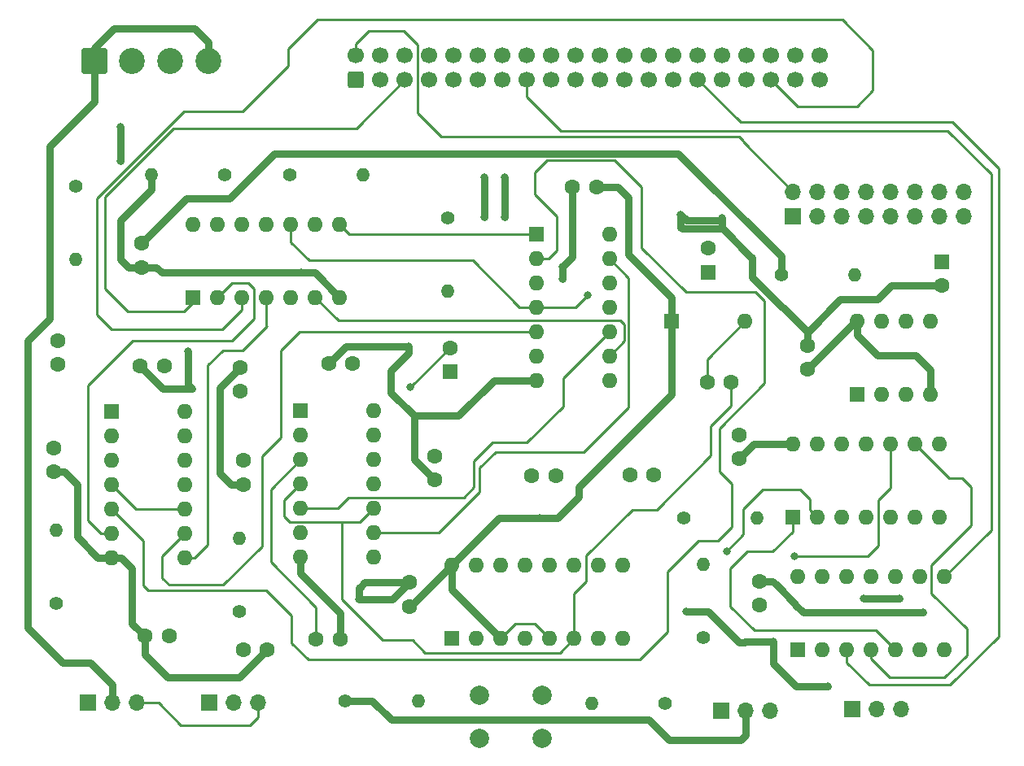
<source format=gbr>
%TF.GenerationSoftware,KiCad,Pcbnew,(6.0.5)*%
%TF.CreationDate,2025-02-02T15:21:23-05:00*%
%TF.ProjectId,tag_Heiserman,7461675f-4865-4697-9365-726d616e2e6b,rev?*%
%TF.SameCoordinates,Original*%
%TF.FileFunction,Copper,L1,Top*%
%TF.FilePolarity,Positive*%
%FSLAX46Y46*%
G04 Gerber Fmt 4.6, Leading zero omitted, Abs format (unit mm)*
G04 Created by KiCad (PCBNEW (6.0.5)) date 2025-02-02 15:21:23*
%MOMM*%
%LPD*%
G01*
G04 APERTURE LIST*
G04 Aperture macros list*
%AMRoundRect*
0 Rectangle with rounded corners*
0 $1 Rounding radius*
0 $2 $3 $4 $5 $6 $7 $8 $9 X,Y pos of 4 corners*
0 Add a 4 corners polygon primitive as box body*
4,1,4,$2,$3,$4,$5,$6,$7,$8,$9,$2,$3,0*
0 Add four circle primitives for the rounded corners*
1,1,$1+$1,$2,$3*
1,1,$1+$1,$4,$5*
1,1,$1+$1,$6,$7*
1,1,$1+$1,$8,$9*
0 Add four rect primitives between the rounded corners*
20,1,$1+$1,$2,$3,$4,$5,0*
20,1,$1+$1,$4,$5,$6,$7,0*
20,1,$1+$1,$6,$7,$8,$9,0*
20,1,$1+$1,$8,$9,$2,$3,0*%
G04 Aperture macros list end*
%TA.AperFunction,ComponentPad*%
%ADD10R,1.600000X1.600000*%
%TD*%
%TA.AperFunction,ComponentPad*%
%ADD11O,1.600000X1.600000*%
%TD*%
%TA.AperFunction,ComponentPad*%
%ADD12O,1.700000X1.700000*%
%TD*%
%TA.AperFunction,ComponentPad*%
%ADD13R,1.700000X1.700000*%
%TD*%
%TA.AperFunction,ComponentPad*%
%ADD14C,1.400000*%
%TD*%
%TA.AperFunction,ComponentPad*%
%ADD15O,1.400000X1.400000*%
%TD*%
%TA.AperFunction,ComponentPad*%
%ADD16C,1.600000*%
%TD*%
%TA.AperFunction,ComponentPad*%
%ADD17RoundRect,0.250001X-1.099999X-1.099999X1.099999X-1.099999X1.099999X1.099999X-1.099999X1.099999X0*%
%TD*%
%TA.AperFunction,ComponentPad*%
%ADD18C,2.700000*%
%TD*%
%TA.AperFunction,ComponentPad*%
%ADD19RoundRect,0.250000X0.600000X-0.600000X0.600000X0.600000X-0.600000X0.600000X-0.600000X-0.600000X0*%
%TD*%
%TA.AperFunction,ComponentPad*%
%ADD20C,1.700000*%
%TD*%
%TA.AperFunction,ComponentPad*%
%ADD21C,2.000000*%
%TD*%
%TA.AperFunction,ViaPad*%
%ADD22C,0.800000*%
%TD*%
%TA.AperFunction,Conductor*%
%ADD23C,0.750000*%
%TD*%
%TA.AperFunction,Conductor*%
%ADD24C,0.250000*%
%TD*%
G04 APERTURE END LIST*
D10*
%TO.P,U4,1,~{R}*%
%TO.N,Net-(R5-Pad2)*%
X126329200Y-140223400D03*
D11*
%TO.P,U4,2,J*%
%TO.N,GND*%
X128869200Y-140223400D03*
%TO.P,U4,3,~{K}*%
%TO.N,VCC*%
X131409200Y-140223400D03*
%TO.P,U4,4,C*%
%TO.N,Net-(U4-Pad4)*%
X133949200Y-140223400D03*
%TO.P,U4,5,~{S}*%
%TO.N,VCC*%
X136489200Y-140223400D03*
%TO.P,U4,6,Q*%
%TO.N,Net-(C16-Pad2)*%
X139029200Y-140223400D03*
%TO.P,U4,7,~{Q}*%
%TO.N,unconnected-(U4-Pad7)*%
X141569200Y-140223400D03*
%TO.P,U4,8,GND*%
%TO.N,GND*%
X144109200Y-140223400D03*
%TO.P,U4,9,~{Q}*%
%TO.N,unconnected-(U4-Pad9)*%
X144109200Y-132603400D03*
%TO.P,U4,10,Q*%
%TO.N,unconnected-(U4-Pad10)*%
X141569200Y-132603400D03*
%TO.P,U4,11,~{S}*%
%TO.N,unconnected-(U4-Pad11)*%
X139029200Y-132603400D03*
%TO.P,U4,12,C*%
%TO.N,unconnected-(U4-Pad12)*%
X136489200Y-132603400D03*
%TO.P,U4,13,~{K}*%
%TO.N,unconnected-(U4-Pad13)*%
X133949200Y-132603400D03*
%TO.P,U4,14,J*%
%TO.N,unconnected-(U4-Pad14)*%
X131409200Y-132603400D03*
%TO.P,U4,15,~{R}*%
%TO.N,unconnected-(U4-Pad15)*%
X128869200Y-132603400D03*
%TO.P,U4,16,VCC*%
%TO.N,VCC*%
X126329200Y-132603400D03*
%TD*%
D10*
%TO.P,U9,1,GND*%
%TO.N,GND*%
X168462800Y-114798000D03*
D11*
%TO.P,U9,2,TR*%
%TO.N,Net-(C16-Pad1)*%
X171002800Y-114798000D03*
%TO.P,U9,3,Q*%
%TO.N,Net-(U6-Pad10)*%
X173542800Y-114798000D03*
%TO.P,U9,4,R*%
%TO.N,VCC*%
X176082800Y-114798000D03*
%TO.P,U9,5,CV*%
%TO.N,unconnected-(U9-Pad5)*%
X176082800Y-107178000D03*
%TO.P,U9,6,THR*%
%TO.N,Net-(C21-Pad1)*%
X173542800Y-107178000D03*
%TO.P,U9,7,DIS*%
X171002800Y-107178000D03*
%TO.P,U9,8,VCC*%
%TO.N,VCC*%
X168462800Y-107178000D03*
%TD*%
D12*
%TO.P,RV4,3,3*%
%TO.N,VCC*%
X159400000Y-147736800D03*
%TO.P,RV4,2,2*%
X156860000Y-147736800D03*
D13*
%TO.P,RV4,1,1*%
%TO.N,Net-(R1-Pad1)*%
X154320000Y-147736800D03*
%TD*%
D12*
%TO.P,RV3,3,3*%
%TO.N,VCC*%
X93522800Y-146928600D03*
%TO.P,RV3,2,2*%
X90982800Y-146928600D03*
D13*
%TO.P,RV3,1,1*%
%TO.N,Net-(R4-Pad1)*%
X88442800Y-146928600D03*
%TD*%
D12*
%TO.P,RV2,3,3*%
%TO.N,VCC*%
X173050200Y-147624800D03*
%TO.P,RV2,2,2*%
X170510200Y-147624800D03*
D13*
%TO.P,RV2,1,1*%
%TO.N,Net-(R2-Pad1)*%
X167970200Y-147624800D03*
%TD*%
D12*
%TO.P,RV1,3,3*%
%TO.N,VCC*%
X106136200Y-146939000D03*
%TO.P,RV1,2,2*%
X103596200Y-146939000D03*
D13*
%TO.P,RV1,1,1*%
%TO.N,Net-(R3-Pad1)*%
X101056200Y-146939000D03*
%TD*%
D14*
%TO.P,R11,1*%
%TO.N,VCC*%
X160578800Y-102362000D03*
D15*
%TO.P,R11,2*%
%TO.N,Net-(C21-Pad1)*%
X168198800Y-102362000D03*
%TD*%
D14*
%TO.P,R10,1*%
%TO.N,VCC*%
X150469600Y-127685800D03*
D15*
%TO.P,R10,2*%
%TO.N,Net-(C16-Pad1)*%
X158089600Y-127685800D03*
%TD*%
D13*
%TO.P,J3,1,Pin_1*%
%TO.N,Net-(J3-Pad1)*%
X161838400Y-96271000D03*
D12*
%TO.P,J3,2,Pin_2*%
%TO.N,1V*%
X161838400Y-93731000D03*
%TO.P,J3,3,Pin_3*%
%TO.N,Net-(J3-Pad1)*%
X164378400Y-96271000D03*
%TO.P,J3,4,Pin_4*%
%TO.N,2V*%
X164378400Y-93731000D03*
%TO.P,J3,5,Pin_5*%
%TO.N,Net-(J3-Pad1)*%
X166918400Y-96271000D03*
%TO.P,J3,6,Pin_6*%
%TO.N,4V*%
X166918400Y-93731000D03*
%TO.P,J3,7,Pin_7*%
%TO.N,Net-(J3-Pad1)*%
X169458400Y-96271000D03*
%TO.P,J3,8,Pin_8*%
%TO.N,8V*%
X169458400Y-93731000D03*
%TO.P,J3,9,Pin_9*%
%TO.N,Net-(J3-Pad1)*%
X171998400Y-96271000D03*
%TO.P,J3,10,Pin_10*%
%TO.N,16V*%
X171998400Y-93731000D03*
%TO.P,J3,11,Pin_11*%
%TO.N,Net-(J3-Pad1)*%
X174538400Y-96271000D03*
%TO.P,J3,12,Pin_12*%
%TO.N,32V*%
X174538400Y-93731000D03*
%TO.P,J3,13,Pin_13*%
%TO.N,Net-(J3-Pad1)*%
X177078400Y-96271000D03*
%TO.P,J3,14,Pin_14*%
%TO.N,64V*%
X177078400Y-93731000D03*
%TO.P,J3,15,Pin_15*%
%TO.N,Net-(J3-Pad1)*%
X179618400Y-96271000D03*
%TO.P,J3,16,Pin_16*%
%TO.N,128V*%
X179618400Y-93731000D03*
%TD*%
D10*
%TO.P,D1,1,K*%
%TO.N,VCC*%
X149174200Y-107238800D03*
D11*
%TO.P,D1,2,A*%
%TO.N,Net-(C16-Pad1)*%
X156794200Y-107238800D03*
%TD*%
D10*
%TO.P,C21,1*%
%TO.N,Net-(C21-Pad1)*%
X177266600Y-101004488D03*
D16*
%TO.P,C21,2*%
%TO.N,GND*%
X177266600Y-103504488D03*
%TD*%
%TO.P,C18,1*%
%TO.N,VCC*%
X163296600Y-112222600D03*
%TO.P,C18,2*%
%TO.N,GND*%
X163296600Y-109722600D03*
%TD*%
%TO.P,C16,1*%
%TO.N,Net-(C16-Pad1)*%
X152877200Y-113563400D03*
%TO.P,C16,2*%
%TO.N,Net-(C16-Pad2)*%
X155377200Y-113563400D03*
%TD*%
D15*
%TO.P,R3,2*%
%TO.N,Net-(C9-Pad1)*%
X85217000Y-128955800D03*
D14*
%TO.P,R3,1*%
%TO.N,Net-(R3-Pad1)*%
X85217000Y-136575800D03*
%TD*%
D15*
%TO.P,R7,2*%
%TO.N,GND*%
X87249000Y-100787200D03*
D14*
%TO.P,R7,1*%
%TO.N,Net-(C13-Pad2)*%
X87249000Y-93167200D03*
%TD*%
D11*
%TO.P,U6,14,VCC*%
%TO.N,VCC*%
X162326400Y-133797200D03*
%TO.P,U6,13*%
%TO.N,GND*%
X164866400Y-133797200D03*
%TO.P,U6,12*%
X167406400Y-133797200D03*
%TO.P,U6,11*%
%TO.N,unconnected-(U6-Pad11)*%
X169946400Y-133797200D03*
%TO.P,U6,10*%
%TO.N,Net-(U6-Pad10)*%
X172486400Y-133797200D03*
%TO.P,U6,9*%
%TO.N,Net-(J3-Pad1)*%
X175026400Y-133797200D03*
%TO.P,U6,8*%
%TO.N,AUDIN*%
X177566400Y-133797200D03*
%TO.P,U6,7,GND*%
%TO.N,GND*%
X177566400Y-141417200D03*
%TO.P,U6,6*%
%TO.N,Net-(U4-Pad4)*%
X175026400Y-141417200D03*
%TO.P,U6,5*%
%TO.N,Net-(U6-Pad5)*%
X172486400Y-141417200D03*
%TO.P,U6,4*%
%TO.N,Net-(U6-Pad4)*%
X169946400Y-141417200D03*
%TO.P,U6,3*%
%TO.N,GVID*%
X167406400Y-141417200D03*
%TO.P,U6,2*%
%TO.N,Net-(U6-Pad1)*%
X164866400Y-141417200D03*
D10*
%TO.P,U6,1*%
X162326400Y-141417200D03*
%TD*%
D16*
%TO.P,C15,2*%
%TO.N,GND*%
X94081600Y-101580000D03*
%TO.P,C15,1*%
%TO.N,VCC*%
X94081600Y-99080000D03*
%TD*%
%TO.P,C10,2*%
%TO.N,GND*%
X104673400Y-124216800D03*
%TO.P,C10,1*%
%TO.N,Net-(C10-Pad1)*%
X104673400Y-121716800D03*
%TD*%
%TO.P,C11,2*%
%TO.N,Net-(C11-Pad2)*%
X137140000Y-123291600D03*
%TO.P,C11,1*%
%TO.N,Net-(C11-Pad1)*%
X134640000Y-123291600D03*
%TD*%
D17*
%TO.P,J1,1,Pin_1*%
%TO.N,VCC*%
X89126100Y-80069600D03*
D18*
%TO.P,J1,2,Pin_2*%
%TO.N,GND*%
X93086100Y-80069600D03*
%TO.P,J1,3,Pin_3*%
X97046100Y-80069600D03*
%TO.P,J1,4,Pin_4*%
%TO.N,VCC*%
X101006100Y-80069600D03*
%TD*%
D16*
%TO.P,C4,2*%
%TO.N,GND*%
X84963000Y-122896000D03*
%TO.P,C4,1*%
%TO.N,Net-(C4-Pad1)*%
X84963000Y-120396000D03*
%TD*%
%TO.P,C2,2*%
%TO.N,GND*%
X114717200Y-140284200D03*
%TO.P,C2,1*%
%TO.N,Net-(C2-Pad1)*%
X112217200Y-140284200D03*
%TD*%
%TO.P,C20,2*%
%TO.N,GND*%
X138856400Y-93243400D03*
%TO.P,C20,1*%
%TO.N,VCC*%
X141356400Y-93243400D03*
%TD*%
D15*
%TO.P,R5,2*%
%TO.N,Net-(R5-Pad2)*%
X122885200Y-146735800D03*
D14*
%TO.P,R5,1*%
%TO.N,VCC*%
X115265200Y-146735800D03*
%TD*%
D16*
%TO.P,C7,2*%
%TO.N,GND*%
X124556200Y-123734200D03*
%TO.P,C7,1*%
%TO.N,Net-(C7-Pad1)*%
X124556200Y-121234200D03*
%TD*%
%TO.P,C14,2*%
%TO.N,Net-(C14-Pad2)*%
X126161800Y-109982513D03*
D10*
%TO.P,C14,1*%
%TO.N,Net-(C14-Pad1)*%
X126161800Y-112482513D03*
%TD*%
D15*
%TO.P,R8,2*%
%TO.N,GND*%
X117119400Y-91922600D03*
D14*
%TO.P,R8,1*%
%TO.N,Net-(C11-Pad1)*%
X109499400Y-91922600D03*
%TD*%
D16*
%TO.P,C6,2*%
%TO.N,GND*%
X113532600Y-111607600D03*
%TO.P,C6,1*%
%TO.N,VCC*%
X116032600Y-111607600D03*
%TD*%
D19*
%TO.P,J2,1,Pin_1*%
%TO.N,unconnected-(J2-Pad1)*%
X116357400Y-82057900D03*
D20*
%TO.P,J2,2,Pin_2*%
%TO.N,1V*%
X116357400Y-79517900D03*
%TO.P,J2,3,Pin_3*%
%TO.N,unconnected-(J2-Pad3)*%
X118897400Y-82057900D03*
%TO.P,J2,4,Pin_4*%
%TO.N,2V*%
X118897400Y-79517900D03*
%TO.P,J2,5,Pin_5*%
%TO.N,HRST*%
X121437400Y-82057900D03*
%TO.P,J2,6,Pin_6*%
%TO.N,4V*%
X121437400Y-79517900D03*
%TO.P,J2,7,Pin_7*%
%TO.N,unconnected-(J2-Pad7)*%
X123977400Y-82057900D03*
%TO.P,J2,8,Pin_8*%
%TO.N,8V*%
X123977400Y-79517900D03*
%TO.P,J2,9,Pin_9*%
%TO.N,unconnected-(J2-Pad9)*%
X126517400Y-82057900D03*
%TO.P,J2,10,Pin_10*%
%TO.N,16V*%
X126517400Y-79517900D03*
%TO.P,J2,11,Pin_11*%
%TO.N,unconnected-(J2-Pad11)*%
X129057400Y-82057900D03*
%TO.P,J2,12,Pin_12*%
%TO.N,32V*%
X129057400Y-79517900D03*
%TO.P,J2,13,Pin_13*%
%TO.N,unconnected-(J2-Pad13)*%
X131597400Y-82057900D03*
%TO.P,J2,14,Pin_14*%
%TO.N,64V*%
X131597400Y-79517900D03*
%TO.P,J2,15,Pin_15*%
%TO.N,AUDIN*%
X134137400Y-82057900D03*
%TO.P,J2,16,Pin_16*%
%TO.N,128V*%
X134137400Y-79517900D03*
%TO.P,J2,17,Pin_17*%
%TO.N,unconnected-(J2-Pad17)*%
X136677400Y-82057900D03*
%TO.P,J2,18,Pin_18*%
%TO.N,256V*%
X136677400Y-79517900D03*
%TO.P,J2,19,Pin_19*%
%TO.N,unconnected-(J2-Pad19)*%
X139217400Y-82057900D03*
%TO.P,J2,20,Pin_20*%
%TO.N,unconnected-(J2-Pad20)*%
X139217400Y-79517900D03*
%TO.P,J2,21,Pin_21*%
%TO.N,unconnected-(J2-Pad21)*%
X141757400Y-82057900D03*
%TO.P,J2,22,Pin_22*%
%TO.N,unconnected-(J2-Pad22)*%
X141757400Y-79517900D03*
%TO.P,J2,23,Pin_23*%
%TO.N,unconnected-(J2-Pad23)*%
X144297400Y-82057900D03*
%TO.P,J2,24,Pin_24*%
%TO.N,unconnected-(J2-Pad24)*%
X144297400Y-79517900D03*
%TO.P,J2,25,Pin_25*%
%TO.N,unconnected-(J2-Pad25)*%
X146837400Y-82057900D03*
%TO.P,J2,26,Pin_26*%
%TO.N,unconnected-(J2-Pad26)*%
X146837400Y-79517900D03*
%TO.P,J2,27,Pin_27*%
%TO.N,unconnected-(J2-Pad27)*%
X149377400Y-82057900D03*
%TO.P,J2,28,Pin_28*%
%TO.N,unconnected-(J2-Pad28)*%
X149377400Y-79517900D03*
%TO.P,J2,29,Pin_29*%
%TO.N,GVID*%
X151917400Y-82057900D03*
%TO.P,J2,30,Pin_30*%
%TO.N,unconnected-(J2-Pad30)*%
X151917400Y-79517900D03*
%TO.P,J2,31,Pin_31*%
%TO.N,unconnected-(J2-Pad31)*%
X154457400Y-82057900D03*
%TO.P,J2,32,Pin_32*%
%TO.N,unconnected-(J2-Pad32)*%
X154457400Y-79517900D03*
%TO.P,J2,33,Pin_33*%
%TO.N,unconnected-(J2-Pad33)*%
X156997400Y-82057900D03*
%TO.P,J2,34,Pin_34*%
%TO.N,unconnected-(J2-Pad34)*%
X156997400Y-79517900D03*
%TO.P,J2,35,Pin_35*%
%TO.N,VRST*%
X159537400Y-82057900D03*
%TO.P,J2,36,Pin_36*%
%TO.N,unconnected-(J2-Pad36)*%
X159537400Y-79517900D03*
%TO.P,J2,37,Pin_37*%
%TO.N,unconnected-(J2-Pad37)*%
X162077400Y-82057900D03*
%TO.P,J2,38,Pin_38*%
%TO.N,unconnected-(J2-Pad38)*%
X162077400Y-79517900D03*
%TO.P,J2,39,Pin_39*%
%TO.N,unconnected-(J2-Pad39)*%
X164617400Y-82057900D03*
%TO.P,J2,40,Pin_40*%
%TO.N,unconnected-(J2-Pad40)*%
X164617400Y-79517900D03*
%TD*%
D16*
%TO.P,C1,2*%
%TO.N,GND*%
X94406400Y-140004800D03*
%TO.P,C1,1*%
%TO.N,Net-(C1-Pad1)*%
X96906400Y-140004800D03*
%TD*%
D15*
%TO.P,R1,2*%
%TO.N,Net-(C8-Pad1)*%
X140868400Y-146989800D03*
D14*
%TO.P,R1,1*%
%TO.N,Net-(R1-Pad1)*%
X148488400Y-146989800D03*
%TD*%
D16*
%TO.P,C12,2*%
%TO.N,Net-(C12-Pad2)*%
X147350800Y-123164600D03*
%TO.P,C12,1*%
%TO.N,Net-(C12-Pad1)*%
X144850800Y-123164600D03*
%TD*%
D10*
%TO.P,U1,1*%
%TO.N,HRST*%
X99436000Y-104739600D03*
D11*
%TO.P,U1,2*%
%TO.N,Net-(U1-Pad2)*%
X101976000Y-104739600D03*
%TO.P,U1,3*%
%TO.N,VRST*%
X104516000Y-104739600D03*
%TO.P,U1,4*%
%TO.N,Net-(U1-Pad4)*%
X107056000Y-104739600D03*
%TO.P,U1,5*%
%TO.N,Net-(C12-Pad1)*%
X109596000Y-104739600D03*
%TO.P,U1,6*%
%TO.N,Net-(U1-Pad6)*%
X112136000Y-104739600D03*
%TO.P,U1,7,GND*%
%TO.N,GND*%
X114676000Y-104739600D03*
%TO.P,U1,8*%
%TO.N,Net-(U1-Pad8)*%
X114676000Y-97119600D03*
%TO.P,U1,9*%
%TO.N,Net-(C11-Pad1)*%
X112136000Y-97119600D03*
%TO.P,U1,10*%
%TO.N,Net-(U1-Pad10)*%
X109596000Y-97119600D03*
%TO.P,U1,11*%
%TO.N,Net-(C14-Pad2)*%
X107056000Y-97119600D03*
%TO.P,U1,12*%
%TO.N,Net-(U1-Pad12)*%
X104516000Y-97119600D03*
%TO.P,U1,13*%
%TO.N,Net-(C13-Pad2)*%
X101976000Y-97119600D03*
%TO.P,U1,14,VCC*%
%TO.N,VCC*%
X99436000Y-97119600D03*
%TD*%
%TO.P,U2,14,VCC*%
%TO.N,VCC*%
X98587400Y-116581000D03*
%TO.P,U2,13,DIS*%
%TO.N,Net-(C10-Pad1)*%
X98587400Y-119121000D03*
%TO.P,U2,12,THR*%
X98587400Y-121661000D03*
%TO.P,U2,11,CV*%
%TO.N,Net-(C1-Pad1)*%
X98587400Y-124201000D03*
%TO.P,U2,10,R*%
%TO.N,Net-(C16-Pad2)*%
X98587400Y-126741000D03*
%TO.P,U2,9,Q*%
%TO.N,Net-(U2-Pad9)*%
X98587400Y-129281000D03*
%TO.P,U2,8,TR*%
%TO.N,Net-(U1-Pad4)*%
X98587400Y-131821000D03*
%TO.P,U2,7,GND*%
%TO.N,GND*%
X90967400Y-131821000D03*
%TO.P,U2,6,TR*%
%TO.N,Net-(U1-Pad2)*%
X90967400Y-129281000D03*
%TO.P,U2,5,Q*%
%TO.N,Net-(U2-Pad5)*%
X90967400Y-126741000D03*
%TO.P,U2,4,R*%
%TO.N,Net-(C16-Pad2)*%
X90967400Y-124201000D03*
%TO.P,U2,3,CV*%
%TO.N,Net-(C4-Pad1)*%
X90967400Y-121661000D03*
%TO.P,U2,2,THR*%
%TO.N,Net-(C9-Pad1)*%
X90967400Y-119121000D03*
D10*
%TO.P,U2,1,DIS*%
X90967400Y-116581000D03*
%TD*%
D15*
%TO.P,R4,2*%
%TO.N,Net-(C10-Pad1)*%
X104190800Y-129794000D03*
D14*
%TO.P,R4,1*%
%TO.N,Net-(R4-Pad1)*%
X104190800Y-137414000D03*
%TD*%
D16*
%TO.P,C13,2*%
%TO.N,Net-(C13-Pad2)*%
X152958800Y-99619313D03*
D10*
%TO.P,C13,1*%
%TO.N,Net-(C13-Pad1)*%
X152958800Y-102119313D03*
%TD*%
D16*
%TO.P,C5,2*%
%TO.N,GND*%
X93923800Y-111887000D03*
%TO.P,C5,1*%
%TO.N,VCC*%
X96423800Y-111887000D03*
%TD*%
D11*
%TO.P,U7,14,VCC*%
%TO.N,VCC*%
X161818400Y-120005000D03*
%TO.P,U7,13*%
%TO.N,unconnected-(U7-Pad13)*%
X164358400Y-120005000D03*
%TO.P,U7,12*%
%TO.N,GND*%
X166898400Y-120005000D03*
%TO.P,U7,11*%
X169438400Y-120005000D03*
%TO.P,U7,10*%
%TO.N,Net-(U6-Pad1)*%
X171978400Y-120005000D03*
%TO.P,U7,9*%
%TO.N,Net-(U6-Pad4)*%
X174518400Y-120005000D03*
%TO.P,U7,8*%
%TO.N,Net-(U6-Pad5)*%
X177058400Y-120005000D03*
%TO.P,U7,7,GND*%
%TO.N,GND*%
X177058400Y-127625000D03*
%TO.P,U7,6*%
%TO.N,Net-(U1-Pad12)*%
X174518400Y-127625000D03*
%TO.P,U7,5*%
%TO.N,Net-(U1-Pad6)*%
X171978400Y-127625000D03*
%TO.P,U7,4*%
%TO.N,Net-(U6-Pad4)*%
X169438400Y-127625000D03*
%TO.P,U7,3*%
%TO.N,Net-(U1-Pad10)*%
X166898400Y-127625000D03*
%TO.P,U7,2*%
%TO.N,Net-(U1-Pad8)*%
X164358400Y-127625000D03*
D10*
%TO.P,U7,1*%
%TO.N,Net-(U6-Pad5)*%
X161818400Y-127625000D03*
%TD*%
D15*
%TO.P,R9,2*%
%TO.N,GND*%
X95097600Y-91922600D03*
D14*
%TO.P,R9,1*%
%TO.N,Net-(C14-Pad2)*%
X102717600Y-91922600D03*
%TD*%
D21*
%TO.P,SW1,2,2*%
%TO.N,GND*%
X129236400Y-150611400D03*
X135736400Y-150611400D03*
%TO.P,SW1,1,1*%
%TO.N,Net-(R5-Pad2)*%
X129236400Y-146111400D03*
X135736400Y-146111400D03*
%TD*%
D16*
%TO.P,C22,2*%
%TO.N,GND*%
X121945400Y-134386000D03*
%TO.P,C22,1*%
%TO.N,VCC*%
X121945400Y-136886000D03*
%TD*%
%TO.P,C9,2*%
%TO.N,GND*%
X85318600Y-109189200D03*
%TO.P,C9,1*%
%TO.N,Net-(C9-Pad1)*%
X85318600Y-111689200D03*
%TD*%
D11*
%TO.P,U3,14,VCC*%
%TO.N,VCC*%
X118221600Y-116530200D03*
%TO.P,U3,13,DIS*%
%TO.N,Net-(C7-Pad1)*%
X118221600Y-119070200D03*
%TO.P,U3,12,THR*%
X118221600Y-121610200D03*
%TO.P,U3,11,CV*%
%TO.N,Net-(C3-Pad1)*%
X118221600Y-124150200D03*
%TO.P,U3,10,R*%
%TO.N,Net-(C16-Pad2)*%
X118221600Y-126690200D03*
%TO.P,U3,9,Q*%
%TO.N,Net-(U3-Pad9)*%
X118221600Y-129230200D03*
%TO.P,U3,8,TR*%
%TO.N,Net-(U1-Pad4)*%
X118221600Y-131770200D03*
%TO.P,U3,7,GND*%
%TO.N,GND*%
X110601600Y-131770200D03*
%TO.P,U3,6,TR*%
%TO.N,Net-(U1-Pad2)*%
X110601600Y-129230200D03*
%TO.P,U3,5,Q*%
%TO.N,Net-(U3-Pad5)*%
X110601600Y-126690200D03*
%TO.P,U3,4,R*%
%TO.N,Net-(C16-Pad2)*%
X110601600Y-124150200D03*
%TO.P,U3,3,CV*%
%TO.N,Net-(C2-Pad1)*%
X110601600Y-121610200D03*
%TO.P,U3,2,THR*%
%TO.N,Net-(C8-Pad1)*%
X110601600Y-119070200D03*
D10*
%TO.P,U3,1,DIS*%
X110601600Y-116530200D03*
%TD*%
D16*
%TO.P,C19,2*%
%TO.N,GND*%
X158369000Y-136764400D03*
%TO.P,C19,1*%
%TO.N,VCC*%
X158369000Y-134264400D03*
%TD*%
%TO.P,C17,2*%
%TO.N,GND*%
X156184600Y-119044400D03*
%TO.P,C17,1*%
%TO.N,VCC*%
X156184600Y-121544400D03*
%TD*%
D11*
%TO.P,U5,14,VCC*%
%TO.N,VCC*%
X142707200Y-98115200D03*
%TO.P,U5,13*%
%TO.N,Net-(U3-Pad9)*%
X142707200Y-100655200D03*
%TO.P,U5,12*%
%TO.N,Net-(U1-Pad12)*%
X142707200Y-103195200D03*
%TO.P,U5,11*%
%TO.N,Net-(C13-Pad1)*%
X142707200Y-105735200D03*
%TO.P,U5,10*%
%TO.N,Net-(U3-Pad5)*%
X142707200Y-108275200D03*
%TO.P,U5,9*%
%TO.N,Net-(U1-Pad6)*%
X142707200Y-110815200D03*
%TO.P,U5,8*%
%TO.N,Net-(C12-Pad2)*%
X142707200Y-113355200D03*
%TO.P,U5,7,GND*%
%TO.N,GND*%
X135087200Y-113355200D03*
%TO.P,U5,6*%
%TO.N,Net-(C14-Pad1)*%
X135087200Y-110815200D03*
%TO.P,U5,5*%
%TO.N,Net-(U2-Pad9)*%
X135087200Y-108275200D03*
%TO.P,U5,4*%
%TO.N,Net-(U1-Pad10)*%
X135087200Y-105735200D03*
%TO.P,U5,3*%
%TO.N,Net-(C11-Pad2)*%
X135087200Y-103195200D03*
%TO.P,U5,2*%
%TO.N,Net-(U2-Pad5)*%
X135087200Y-100655200D03*
D10*
%TO.P,U5,1*%
%TO.N,Net-(U1-Pad8)*%
X135087200Y-98115200D03*
%TD*%
D15*
%TO.P,R6,2*%
%TO.N,GND*%
X125933200Y-104038400D03*
D14*
%TO.P,R6,1*%
%TO.N,Net-(C12-Pad1)*%
X125933200Y-96418400D03*
%TD*%
D16*
%TO.P,C8,2*%
%TO.N,GND*%
X104292400Y-112003200D03*
%TO.P,C8,1*%
%TO.N,Net-(C8-Pad1)*%
X104292400Y-114503200D03*
%TD*%
D15*
%TO.P,R2,2*%
%TO.N,Net-(C7-Pad1)*%
X152476200Y-132511800D03*
D14*
%TO.P,R2,1*%
%TO.N,Net-(R2-Pad1)*%
X152476200Y-140131800D03*
%TD*%
D16*
%TO.P,C3,2*%
%TO.N,GND*%
X107117200Y-141376400D03*
%TO.P,C3,1*%
%TO.N,Net-(C3-Pad1)*%
X104617200Y-141376400D03*
%TD*%
D22*
%TO.N,GND*%
X116687600Y-136194800D03*
X137820400Y-102819200D03*
X91897200Y-86969600D03*
X91897200Y-90551000D03*
X129743200Y-96393000D03*
X129743200Y-92252800D03*
X131826000Y-96393000D03*
X131826000Y-92252800D03*
%TO.N,Net-(C14-Pad2)*%
X122047512Y-114096800D03*
%TO.N,GND*%
X165430200Y-145186400D03*
X150723600Y-137439400D03*
X172923200Y-136042400D03*
X169164000Y-136093200D03*
X159791400Y-140589000D03*
X150190200Y-97485200D03*
X150139400Y-96088200D03*
X154457400Y-96443800D03*
X154508200Y-97586800D03*
X110642400Y-102133400D03*
X98907600Y-110363000D03*
X99339400Y-114198400D03*
X116738400Y-134950200D03*
X121869200Y-109804200D03*
X137820400Y-101523800D03*
%TO.N,VCC*%
X175336200Y-137541000D03*
X135483600Y-127660400D03*
%TO.N,Net-(U1-Pad8)*%
X154914600Y-131165600D03*
%TO.N,Net-(U6-Pad1)*%
X161950400Y-131648200D03*
%TO.N,Net-(U1-Pad10)*%
X140462000Y-104470200D03*
%TD*%
D23*
%TO.N,GND*%
X116687600Y-135001000D02*
X116738400Y-134950200D01*
X116687600Y-136194800D02*
X116687600Y-135001000D01*
X120136600Y-136194800D02*
X121945400Y-134386000D01*
X116687600Y-136194800D02*
X120136600Y-136194800D01*
%TO.N,VCC*%
X126329200Y-135143400D02*
X131409200Y-140223400D01*
X126329200Y-132603400D02*
X126329200Y-135143400D01*
D24*
X132948600Y-138684000D02*
X131409200Y-140223400D01*
X134949800Y-138684000D02*
X132948600Y-138684000D01*
X136489200Y-140223400D02*
X134949800Y-138684000D01*
%TO.N,Net-(C16-Pad2)*%
X114897689Y-136132089D02*
X114897689Y-128105689D01*
X119126000Y-140360400D02*
X114897689Y-136132089D01*
X122224800Y-140360400D02*
X119126000Y-140360400D01*
X123571000Y-141706600D02*
X122224800Y-140360400D01*
X137546000Y-141706600D02*
X123571000Y-141706600D01*
X139029200Y-140223400D02*
X137546000Y-141706600D01*
X155377200Y-115996400D02*
X155377200Y-113563400D01*
X147624800Y-126822200D02*
X153289000Y-121158000D01*
X140309600Y-131597400D02*
X145084800Y-126822200D01*
X139029200Y-135570200D02*
X140309600Y-134289800D01*
X140309600Y-134289800D02*
X140309600Y-131597400D01*
X153289000Y-121158000D02*
X153289000Y-118084600D01*
X139029200Y-140223400D02*
X139029200Y-135570200D01*
X145084800Y-126822200D02*
X147624800Y-126822200D01*
X153289000Y-118084600D02*
X155377200Y-115996400D01*
D23*
%TO.N,VCC*%
X131272200Y-127660400D02*
X126329200Y-132603400D01*
X135483600Y-127660400D02*
X131272200Y-127660400D01*
X122046600Y-136886000D02*
X126329200Y-132603400D01*
X121945400Y-136886000D02*
X122046600Y-136886000D01*
%TO.N,GND*%
X154457400Y-97536000D02*
X154508200Y-97586800D01*
X154457400Y-96443800D02*
X154457400Y-97536000D01*
X150139400Y-96088200D02*
X150139400Y-97434400D01*
X150139400Y-97434400D02*
X150190200Y-97485200D01*
X137820400Y-102819200D02*
X137820400Y-101523800D01*
X91897200Y-90551000D02*
X91897200Y-86969600D01*
X131826000Y-92252800D02*
X131826000Y-96393000D01*
X129743200Y-92252800D02*
X129743200Y-96393000D01*
X93091000Y-138689400D02*
X94406400Y-140004800D01*
X93091000Y-132969000D02*
X93091000Y-138689400D01*
X90967400Y-131821000D02*
X91943000Y-131821000D01*
X91943000Y-131821000D02*
X93091000Y-132969000D01*
X85989800Y-122896000D02*
X84963000Y-122896000D01*
X87350600Y-124256800D02*
X85989800Y-122896000D01*
X87350600Y-129641600D02*
X87350600Y-124256800D01*
X90967400Y-131821000D02*
X89530000Y-131821000D01*
X89530000Y-131821000D02*
X87350600Y-129641600D01*
X94406400Y-141879000D02*
X94406400Y-140004800D01*
X96799400Y-144272000D02*
X94406400Y-141879000D01*
X104221600Y-144272000D02*
X96799400Y-144272000D01*
X107117200Y-141376400D02*
X104221600Y-144272000D01*
D24*
%TO.N,Net-(C14-Pad2)*%
X122047512Y-114096800D02*
X126161800Y-109982513D01*
D23*
%TO.N,GND*%
X159791400Y-142875000D02*
X162102800Y-145186400D01*
X162102800Y-145186400D02*
X165430200Y-145186400D01*
X159791400Y-140589000D02*
X159791400Y-142875000D01*
X169214800Y-136042400D02*
X169164000Y-136093200D01*
X172923200Y-136042400D02*
X169214800Y-136042400D01*
X153035000Y-137439400D02*
X150723600Y-137439400D01*
X156210000Y-140614400D02*
X153035000Y-137439400D01*
X156794200Y-140589000D02*
X156768800Y-140614400D01*
X156768800Y-140614400D02*
X156210000Y-140614400D01*
X159791400Y-140589000D02*
X156794200Y-140589000D01*
X163296600Y-108356400D02*
X163296600Y-109722600D01*
X166751000Y-104902000D02*
X163296600Y-108356400D01*
X170637200Y-104902000D02*
X166751000Y-104902000D01*
X172034712Y-103504488D02*
X170637200Y-104902000D01*
X177266600Y-103504488D02*
X172034712Y-103504488D01*
X163296600Y-108280200D02*
X163296600Y-109722600D01*
X160731200Y-105765600D02*
X160782000Y-105765600D01*
X157556200Y-100558600D02*
X157556200Y-102590600D01*
X160782000Y-105765600D02*
X163296600Y-108280200D01*
X157556200Y-102590600D02*
X160731200Y-105765600D01*
X157505400Y-100507800D02*
X157556200Y-100558600D01*
X157429200Y-100507800D02*
X157505400Y-100507800D01*
X154508200Y-97586800D02*
X157429200Y-100507800D01*
X150291800Y-97586800D02*
X150190200Y-97485200D01*
X154508200Y-97586800D02*
X150291800Y-97586800D01*
X150672800Y-96697800D02*
X154203400Y-96697800D01*
X150672800Y-96621600D02*
X150672800Y-96697800D01*
X154203400Y-96697800D02*
X154457400Y-96443800D01*
X150139400Y-96088200D02*
X150672800Y-96621600D01*
X115336000Y-109804200D02*
X121869200Y-109804200D01*
X113532600Y-111607600D02*
X115336000Y-109804200D01*
X95611000Y-101580000D02*
X94081600Y-101580000D01*
X96164400Y-102133400D02*
X95611000Y-101580000D01*
X110642400Y-102133400D02*
X96164400Y-102133400D01*
X112069800Y-102133400D02*
X114676000Y-104739600D01*
X110642400Y-102133400D02*
X112069800Y-102133400D01*
X91897200Y-100787200D02*
X92690000Y-101580000D01*
X91897200Y-96672400D02*
X91897200Y-100787200D01*
X95097600Y-93472000D02*
X91897200Y-96672400D01*
X92690000Y-101580000D02*
X94081600Y-101580000D01*
X95097600Y-91922600D02*
X95097600Y-93472000D01*
X98907600Y-113766600D02*
X99339400Y-114198400D01*
X98907600Y-110363000D02*
X98907600Y-113766600D01*
X96235200Y-114198400D02*
X99339400Y-114198400D01*
X93923800Y-111887000D02*
X96235200Y-114198400D01*
X103338000Y-124216800D02*
X104673400Y-124216800D01*
X102184200Y-123063000D02*
X103338000Y-124216800D01*
X102184200Y-114111400D02*
X102184200Y-123063000D01*
X104292400Y-112003200D02*
X102184200Y-114111400D01*
X114717200Y-137551800D02*
X114717200Y-140284200D01*
X110601600Y-133436200D02*
X114717200Y-137551800D01*
X110601600Y-131770200D02*
X110601600Y-133436200D01*
X117302600Y-134386000D02*
X116738400Y-134950200D01*
X121945400Y-134386000D02*
X117302600Y-134386000D01*
X122402600Y-121580600D02*
X124556200Y-123734200D01*
X122402600Y-117043200D02*
X122402600Y-121580600D01*
X130713400Y-113355200D02*
X135087200Y-113355200D01*
X127025400Y-117043200D02*
X130713400Y-113355200D01*
X122402600Y-117043200D02*
X127025400Y-117043200D01*
X120015000Y-112369600D02*
X120015000Y-114655600D01*
X120015000Y-114655600D02*
X122402600Y-117043200D01*
X121869200Y-109804200D02*
X121869200Y-110515400D01*
X121869200Y-110515400D02*
X120015000Y-112369600D01*
X138856400Y-100487800D02*
X137820400Y-101523800D01*
X138856400Y-93243400D02*
X138856400Y-100487800D01*
%TO.N,VCC*%
X139547600Y-125450600D02*
X137337800Y-127660400D01*
X139547600Y-124434600D02*
X139547600Y-125450600D01*
X149174200Y-114808000D02*
X139547600Y-124434600D01*
X137337800Y-127660400D02*
X135483600Y-127660400D01*
X149174200Y-107238800D02*
X149174200Y-114808000D01*
D24*
%TO.N,VRST*%
X162315500Y-84836000D02*
X159537400Y-82057900D01*
X168478200Y-84836000D02*
X162315500Y-84836000D01*
X170129200Y-83185000D02*
X168478200Y-84836000D01*
X170129200Y-78994000D02*
X170129200Y-83185000D01*
X166928800Y-75793600D02*
X170129200Y-78994000D01*
X112369600Y-75793600D02*
X166928800Y-75793600D01*
X109347000Y-78816200D02*
X112369600Y-75793600D01*
X109347000Y-80594200D02*
X109347000Y-78816200D01*
X98500483Y-85369400D02*
X104571800Y-85369400D01*
X89433400Y-94436483D02*
X98500483Y-85369400D01*
X104571800Y-85369400D02*
X109347000Y-80594200D01*
X104516000Y-105999200D02*
X102489000Y-108026200D01*
X90906600Y-108026200D02*
X89433400Y-106553000D01*
X89433400Y-106553000D02*
X89433400Y-94436483D01*
X104516000Y-104739600D02*
X104516000Y-105999200D01*
X102489000Y-108026200D02*
X90906600Y-108026200D01*
D23*
%TO.N,VCC*%
X91160600Y-76682600D02*
X89126100Y-78717100D01*
X99542600Y-76682600D02*
X91160600Y-76682600D01*
X101006100Y-78146100D02*
X99542600Y-76682600D01*
X101006100Y-80069600D02*
X101006100Y-78146100D01*
X89126100Y-78717100D02*
X89126100Y-80069600D01*
X162864800Y-137541000D02*
X175336200Y-137541000D01*
X162077400Y-136626600D02*
X162077400Y-136753600D01*
X160070800Y-134620000D02*
X162077400Y-136626600D01*
X162077400Y-136753600D02*
X162864800Y-137541000D01*
X159715200Y-134264400D02*
X160070800Y-134620000D01*
X158369000Y-134264400D02*
X159715200Y-134264400D01*
X157724000Y-120005000D02*
X156184600Y-121544400D01*
X161818400Y-120005000D02*
X157724000Y-120005000D01*
D24*
X106136200Y-148422600D02*
X106136200Y-146939000D01*
X105308400Y-149250400D02*
X106136200Y-148422600D01*
X98171000Y-149250400D02*
X105308400Y-149250400D01*
X93522800Y-146928600D02*
X95849200Y-146928600D01*
X95849200Y-146928600D02*
X98171000Y-149250400D01*
D23*
X88696800Y-142748000D02*
X90982800Y-145034000D01*
X85852000Y-142748000D02*
X88696800Y-142748000D01*
X82245200Y-139141200D02*
X85852000Y-142748000D01*
X82245200Y-109194600D02*
X82245200Y-139141200D01*
X90982800Y-145034000D02*
X90982800Y-146928600D01*
X84480400Y-106959400D02*
X82245200Y-109194600D01*
X84480400Y-89001600D02*
X84480400Y-106959400D01*
X89126100Y-84355900D02*
X84480400Y-89001600D01*
X89126100Y-80069600D02*
X89126100Y-84355900D01*
X120040400Y-148717000D02*
X146837400Y-148717000D01*
X156362400Y-150774400D02*
X156860000Y-150276800D01*
X118059200Y-146735800D02*
X120040400Y-148717000D01*
X146837400Y-148717000D02*
X148894800Y-150774400D01*
X115265200Y-146735800D02*
X118059200Y-146735800D01*
X148894800Y-150774400D02*
X156362400Y-150774400D01*
X156860000Y-150276800D02*
X156860000Y-147736800D01*
D24*
%TO.N,Net-(U1-Pad8)*%
X156667200Y-126746000D02*
X158699200Y-124714000D01*
X158699200Y-124714000D02*
X162560000Y-124714000D01*
X163550600Y-126817200D02*
X164358400Y-127625000D01*
X156667200Y-129413000D02*
X156667200Y-126746000D01*
X154914600Y-131165600D02*
X156667200Y-129413000D01*
X162560000Y-124714000D02*
X163550600Y-125704600D01*
X163550600Y-125704600D02*
X163550600Y-126817200D01*
D23*
%TO.N,VCC*%
X98724400Y-94437200D02*
X94081600Y-99080000D01*
X103225600Y-94437200D02*
X98724400Y-94437200D01*
X107887520Y-89775280D02*
X103225600Y-94437200D01*
X149897080Y-89775280D02*
X107887520Y-89775280D01*
X160578800Y-100457000D02*
X149897080Y-89775280D01*
X160578800Y-102362000D02*
X160578800Y-100457000D01*
X149174200Y-104749600D02*
X149174200Y-107238800D01*
X144703800Y-94361000D02*
X144703800Y-100279200D01*
X143586200Y-93243400D02*
X144703800Y-94361000D01*
X144703800Y-100279200D02*
X149174200Y-104749600D01*
X141356400Y-93243400D02*
X143586200Y-93243400D01*
D24*
%TO.N,Net-(U6-Pad1)*%
X169621200Y-131648200D02*
X161950400Y-131648200D01*
X170688000Y-125806200D02*
X170688000Y-130581400D01*
X170688000Y-130581400D02*
X169621200Y-131648200D01*
X171978400Y-124515800D02*
X170688000Y-125806200D01*
X171978400Y-120005000D02*
X171978400Y-124515800D01*
%TO.N,Net-(U6-Pad5)*%
X161818400Y-129087800D02*
X161818400Y-127625000D01*
X159715200Y-131191000D02*
X161818400Y-129087800D01*
X157048200Y-131191000D02*
X159715200Y-131191000D01*
X155295600Y-132943600D02*
X157048200Y-131191000D01*
X155295600Y-136906000D02*
X155295600Y-132943600D01*
X157784800Y-139395200D02*
X155295600Y-136906000D01*
X170464400Y-139395200D02*
X157784800Y-139395200D01*
X172486400Y-141417200D02*
X170464400Y-139395200D01*
%TO.N,Net-(U6-Pad4)*%
X169946400Y-142362000D02*
X169946400Y-141417200D01*
X171907200Y-144322800D02*
X169946400Y-142362000D01*
X177571400Y-144322800D02*
X171907200Y-144322800D01*
X179882800Y-142011400D02*
X177571400Y-144322800D01*
X179882800Y-139217400D02*
X179882800Y-142011400D01*
X176225200Y-135559800D02*
X179882800Y-139217400D01*
X176225200Y-132588000D02*
X176225200Y-135559800D01*
X180365400Y-128447800D02*
X176225200Y-132588000D01*
X180365400Y-124434600D02*
X180365400Y-128447800D01*
X179451000Y-123520200D02*
X180365400Y-124434600D01*
X178033600Y-123520200D02*
X179451000Y-123520200D01*
X174518400Y-120005000D02*
X178033600Y-123520200D01*
D23*
%TO.N,VCC*%
X168462800Y-108595000D02*
X168462800Y-107178000D01*
X170637200Y-110769400D02*
X168462800Y-108595000D01*
X176082800Y-112252600D02*
X174599600Y-110769400D01*
X176082800Y-114798000D02*
X176082800Y-112252600D01*
X174599600Y-110769400D02*
X170637200Y-110769400D01*
X168341200Y-107178000D02*
X163296600Y-112222600D01*
X168462800Y-107178000D02*
X168341200Y-107178000D01*
D24*
%TO.N,Net-(U2-Pad5)*%
X136403000Y-100655200D02*
X135087200Y-100655200D01*
X137236200Y-99822000D02*
X136403000Y-100655200D01*
X137236200Y-96266000D02*
X137236200Y-99822000D01*
X134924800Y-93954600D02*
X137236200Y-96266000D01*
X134924800Y-91744800D02*
X134924800Y-93954600D01*
X136194800Y-90474800D02*
X134924800Y-91744800D01*
X146050000Y-93268800D02*
X143256000Y-90474800D01*
X146050000Y-99542600D02*
X146050000Y-93268800D01*
X150672800Y-104165400D02*
X146050000Y-99542600D01*
X157911800Y-104165400D02*
X150672800Y-104165400D01*
X158826200Y-113665000D02*
X158826200Y-105079800D01*
X154152600Y-118338600D02*
X158826200Y-113665000D01*
X155422600Y-124104400D02*
X154152600Y-122834400D01*
X155422600Y-128625600D02*
X155422600Y-124104400D01*
X154025600Y-130022600D02*
X155422600Y-128625600D01*
X143256000Y-90474800D02*
X136194800Y-90474800D01*
X151968200Y-130022600D02*
X154025600Y-130022600D01*
X148742400Y-133248400D02*
X151968200Y-130022600D01*
X148742400Y-139573000D02*
X148742400Y-133248400D01*
X145872200Y-142443200D02*
X148742400Y-139573000D01*
X154152600Y-122834400D02*
X154152600Y-118338600D01*
X158826200Y-105079800D02*
X157911800Y-104165400D01*
X109651800Y-140690600D02*
X111404400Y-142443200D01*
X109651800Y-137820400D02*
X109651800Y-140690600D01*
X107035600Y-135204200D02*
X109651800Y-137820400D01*
X111404400Y-142443200D02*
X145872200Y-142443200D01*
X94767400Y-135204200D02*
X107035600Y-135204200D01*
X94259400Y-134696200D02*
X94767400Y-135204200D01*
X94259400Y-130033000D02*
X94259400Y-134696200D01*
X90967400Y-126741000D02*
X94259400Y-130033000D01*
%TO.N,Net-(U2-Pad9)*%
X110495000Y-108275200D02*
X135087200Y-108275200D01*
X108508800Y-110261400D02*
X110495000Y-108275200D01*
X108508800Y-119329200D02*
X108508800Y-110261400D01*
X106578400Y-121259600D02*
X108508800Y-119329200D01*
X106578400Y-130632200D02*
X106578400Y-121259600D01*
X102539800Y-134670800D02*
X106578400Y-130632200D01*
X96951800Y-134670800D02*
X102539800Y-134670800D01*
X96215200Y-133934200D02*
X96951800Y-134670800D01*
X96215200Y-131653200D02*
X96215200Y-133934200D01*
X98587400Y-129281000D02*
X96215200Y-131653200D01*
%TO.N,Net-(U1-Pad4)*%
X99598400Y-131821000D02*
X98587400Y-131821000D01*
X100965000Y-130454400D02*
X99598400Y-131821000D01*
X100965000Y-111810800D02*
X100965000Y-130454400D01*
X102539800Y-110236000D02*
X100965000Y-111810800D01*
X104571800Y-110236000D02*
X102539800Y-110236000D01*
X107111800Y-107696000D02*
X104571800Y-110236000D01*
X107056000Y-107640200D02*
X107111800Y-107696000D01*
X107056000Y-104739600D02*
X107056000Y-107640200D01*
%TO.N,Net-(U1-Pad2)*%
X89809400Y-129281000D02*
X90967400Y-129281000D01*
X88493600Y-127965200D02*
X89809400Y-129281000D01*
X93167200Y-109220000D02*
X88493600Y-113893600D01*
X103454200Y-109220000D02*
X93167200Y-109220000D01*
X105714800Y-106959400D02*
X103454200Y-109220000D01*
X105714800Y-103809800D02*
X105714800Y-106959400D01*
X105156000Y-103251000D02*
X105714800Y-103809800D01*
X103464600Y-103251000D02*
X105156000Y-103251000D01*
X101976000Y-104739600D02*
X103464600Y-103251000D01*
X88493600Y-113893600D02*
X88493600Y-127965200D01*
%TO.N,GVID*%
X167406400Y-142717600D02*
X167406400Y-141417200D01*
X169773600Y-145084800D02*
X167406400Y-142717600D01*
X183184800Y-140055600D02*
X178155600Y-145084800D01*
X183184800Y-91313000D02*
X183184800Y-140055600D01*
X178358800Y-86487000D02*
X183184800Y-91313000D01*
X178155600Y-145084800D02*
X169773600Y-145084800D01*
X156346500Y-86487000D02*
X178358800Y-86487000D01*
X151917400Y-82057900D02*
X156346500Y-86487000D01*
%TO.N,HRST*%
X99436000Y-105288000D02*
X99436000Y-104739600D01*
X98501200Y-106222800D02*
X99436000Y-105288000D01*
X92659200Y-106222800D02*
X98501200Y-106222800D01*
X90220800Y-103784400D02*
X92659200Y-106222800D01*
X90220800Y-94284800D02*
X90220800Y-103784400D01*
X97409000Y-87096600D02*
X90220800Y-94284800D01*
X116398700Y-87096600D02*
X97409000Y-87096600D01*
X121437400Y-82057900D02*
X116398700Y-87096600D01*
%TO.N,1V*%
X116357400Y-78308200D02*
X116357400Y-79517900D01*
X117729000Y-76936600D02*
X116357400Y-78308200D01*
X121361200Y-76936600D02*
X117729000Y-76936600D01*
X122802889Y-78378289D02*
X121361200Y-76936600D01*
X125222000Y-87960200D02*
X122802889Y-85541089D01*
X156184600Y-87960200D02*
X125222000Y-87960200D01*
X156616400Y-88392000D02*
X156184600Y-87960200D01*
X122802889Y-85541089D02*
X122802889Y-78378289D01*
X156616400Y-88509000D02*
X156616400Y-88392000D01*
X161838400Y-93731000D02*
X156616400Y-88509000D01*
%TO.N,AUDIN*%
X137668000Y-87376000D02*
X134137400Y-83845400D01*
X177927000Y-87376000D02*
X137668000Y-87376000D01*
X182448200Y-91897200D02*
X177927000Y-87376000D01*
X182448200Y-128915400D02*
X182448200Y-91897200D01*
X134137400Y-83845400D02*
X134137400Y-82057900D01*
X177566400Y-133797200D02*
X182448200Y-128915400D01*
%TO.N,Net-(C2-Pad1)*%
X107518200Y-132283200D02*
X107518200Y-124693600D01*
X112217200Y-136982200D02*
X107518200Y-132283200D01*
X107518200Y-124693600D02*
X110601600Y-121610200D01*
X112217200Y-140284200D02*
X112217200Y-136982200D01*
%TO.N,Net-(C16-Pad1)*%
X152877200Y-111155800D02*
X156794200Y-107238800D01*
X152877200Y-113563400D02*
X152877200Y-111155800D01*
%TO.N,Net-(C16-Pad2)*%
X114897689Y-128105689D02*
X115659689Y-128105689D01*
X109512889Y-128105689D02*
X114897689Y-128105689D01*
X116794200Y-128117600D02*
X118221600Y-126690200D01*
X115659689Y-128105689D02*
X115671600Y-128117600D01*
X115671600Y-128117600D02*
X116794200Y-128117600D01*
X108915200Y-127508000D02*
X109512889Y-128105689D01*
X110601600Y-124150200D02*
X108915200Y-125836600D01*
X108915200Y-125836600D02*
X108915200Y-127508000D01*
X93507400Y-126741000D02*
X90967400Y-124201000D01*
X98587400Y-126741000D02*
X93507400Y-126741000D01*
%TO.N,Net-(U1-Pad10)*%
X139197000Y-105735200D02*
X135087200Y-105735200D01*
X140462000Y-104470200D02*
X139197000Y-105735200D01*
%TO.N,Net-(U1-Pad8)*%
X115671600Y-98115200D02*
X114676000Y-97119600D01*
X135087200Y-98115200D02*
X115671600Y-98115200D01*
%TO.N,Net-(U1-Pad10)*%
X109596000Y-99004200D02*
X109596000Y-97119600D01*
X111480600Y-100888800D02*
X109596000Y-99004200D01*
X128498600Y-100888800D02*
X111480600Y-100888800D01*
X133345000Y-105735200D02*
X128498600Y-100888800D01*
X135087200Y-105735200D02*
X133345000Y-105735200D01*
%TO.N,Net-(U3-Pad9)*%
X129235200Y-124993400D02*
X124998400Y-129230200D01*
X129235200Y-122453400D02*
X129235200Y-124993400D01*
X130886200Y-120802400D02*
X129235200Y-122453400D01*
X140081000Y-120802400D02*
X130886200Y-120802400D01*
X124998400Y-129230200D02*
X118221600Y-129230200D01*
X144721520Y-116161880D02*
X140081000Y-120802400D01*
X144721520Y-102669520D02*
X144721520Y-116161880D01*
X142707200Y-100655200D02*
X144721520Y-102669520D01*
%TO.N,Net-(U1-Pad6)*%
X114547089Y-107150689D02*
X112136000Y-104739600D01*
X144272000Y-107543600D02*
X143879089Y-107150689D01*
X144272000Y-109250400D02*
X144272000Y-107543600D01*
X143879089Y-107150689D02*
X114547089Y-107150689D01*
X142707200Y-110815200D02*
X144272000Y-109250400D01*
%TO.N,Net-(U3-Pad5)*%
X114457400Y-126690200D02*
X110601600Y-126690200D01*
X115581911Y-125565689D02*
X114457400Y-126690200D01*
X127570711Y-125565689D02*
X115581911Y-125565689D01*
X128625600Y-121793000D02*
X128625600Y-124510800D01*
X128625600Y-124510800D02*
X127570711Y-125565689D01*
X130581400Y-119837200D02*
X128625600Y-121793000D01*
X137896600Y-116052600D02*
X134112000Y-119837200D01*
X137896600Y-113085800D02*
X137896600Y-116052600D01*
X134112000Y-119837200D02*
X130581400Y-119837200D01*
X142707200Y-108275200D02*
X137896600Y-113085800D01*
%TD*%
M02*

</source>
